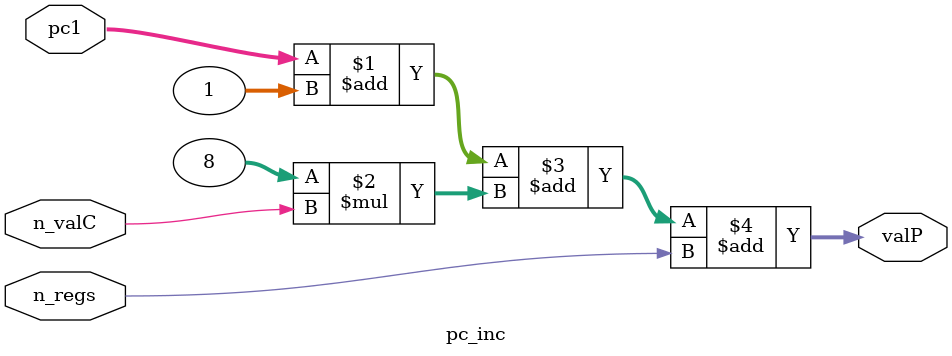
<source format=v>
module instruction_memory(pc,s_byte,a_bytes,mem_error);
input [63:0] pc;
output reg [7:0] s_byte;
output reg [71:0] a_bytes;
output reg mem_error;
reg [7:0] instruct_mem[2047:0];

initial begin 
    $readmemh("instruct_mem.mem", instruct_mem);
end

always @(pc) begin
    s_byte <= instruct_mem[pc]; 
    a_bytes[71:64] <= instruct_mem[pc+1];
    a_bytes[63:56] <= instruct_mem[pc+2];
    a_bytes[55:48] <= instruct_mem[pc+3];
    a_bytes[47:40] <= instruct_mem[pc+4];
    a_bytes[39:32] <= instruct_mem[pc+5];
    a_bytes[31:24] <= instruct_mem[pc+6];
    a_bytes[23:16] <= instruct_mem[pc+7];
    a_bytes[15:8] <= instruct_mem[pc+8];
    a_bytes[7:0] <= instruct_mem[pc+9];
    mem_error <= (pc < 64'd0 || pc > 64'd2047) ? 1'b1 : 1'b0;


    
end

endmodule // instruction_memory 

module split(s_byte,icode,ifun);
input [7:0] s_byte;
output [3:0] icode;
output [3:0] ifun;
assign icode = s_byte[7:4];
assign ifun = s_byte[3:0];
endmodule // split

module align(a_bytes,n_regs,rA,rB,valC);
input [71:0] a_bytes;
input n_regs;
output [3:0] rA;
output [3:0] rB;
output [63:0] valC;
assign rA = a_bytes[71:68];
assign rB = a_bytes[67:64];
assign valC = n_regs ? a_bytes[63:0] : a_bytes[71:8];
endmodule // align

module pc_inc(pc1,n_regs,n_valC,valP);
input [63:0] pc1;
input n_regs;
input n_valC;
output [63:0] valP;
assign valP = pc1 + 1 + 8*n_valC + n_regs;
endmodule // pc_inc


</source>
